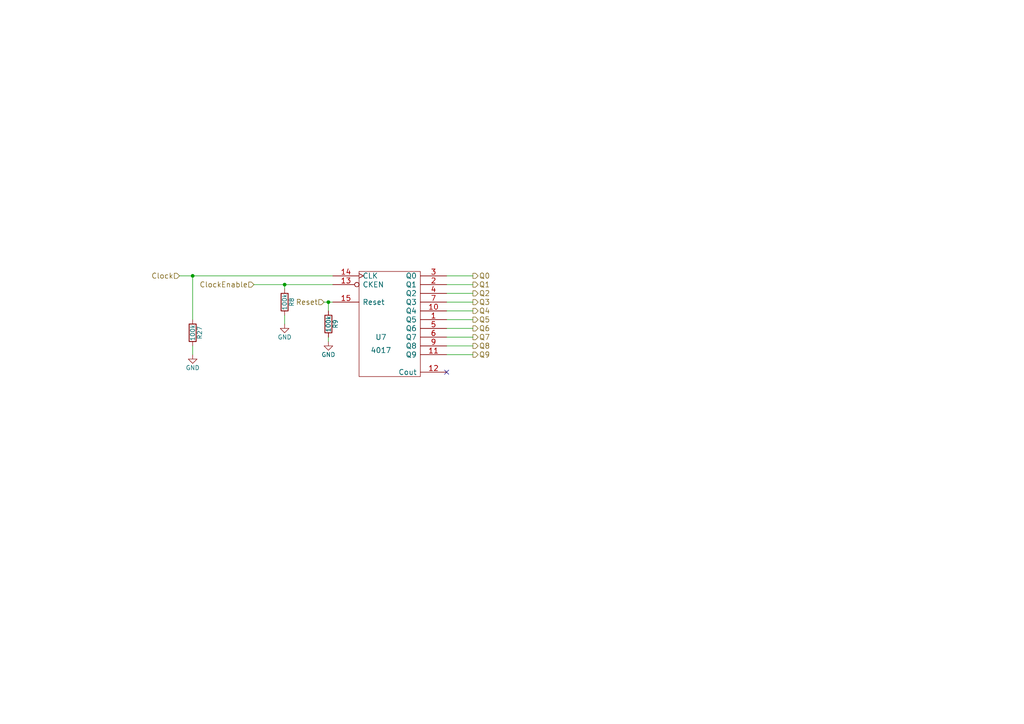
<source format=kicad_sch>
(kicad_sch (version 20231120) (generator "eeschema") (generator_version "8.0")
  (paper "A4")
  (lib_symbols
    (symbol "logic_noise_playground-rescue:4017" (pin_names (offset 1.016))
      (property "Reference" "U" (at -2.54 -3.81 0))
      (property "Value" "4017" (at -2.54 -7.62 0))
      (symbol "4017_0_0"
        (pin power_in line (at 0 15.24 270) (length 0) hide (name "VDD") (number "16"))
        (pin power_in line (at 0 -15.24 90) (length 0) hide (name "VSS") (number "8"))
      )
      (symbol "4017_0_1"
        (rectangle (start -8.89 15.24) (end 8.89 -15.24))
      )
      (symbol "4017_1_1"
        (pin output line (at 16.51 1.27 180) (length 7.62) (name "Q5") (number "1"))
        (pin output line (at 16.51 3.81 180) (length 7.62) (name "Q4") (number "10"))
        (pin output line (at 16.51 -8.89 180) (length 7.62) (name "Q9") (number "11"))
        (pin output line (at 16.51 -13.97 180) (length 7.62) (name "Cout") (number "12"))
        (pin input inverted (at -16.51 11.43 0) (length 7.62) (name "CKEN") (number "13"))
        (pin input clock (at -16.51 13.97 0) (length 7.62) (name "CLK") (number "14"))
        (pin input line (at -16.51 6.35 0) (length 7.62) (name "Reset") (number "15"))
        (pin output line (at 16.51 11.43 180) (length 7.62) (name "Q1") (number "2"))
        (pin output line (at 16.51 13.97 180) (length 7.62) (name "Q0") (number "3"))
        (pin output line (at 16.51 8.89 180) (length 7.62) (name "Q2") (number "4"))
        (pin output line (at 16.51 -1.27 180) (length 7.62) (name "Q6") (number "5"))
        (pin output line (at 16.51 -3.81 180) (length 7.62) (name "Q7") (number "6"))
        (pin output line (at 16.51 6.35 180) (length 7.62) (name "Q3") (number "7"))
        (pin output line (at 16.51 -6.35 180) (length 7.62) (name "Q8") (number "9"))
      )
    )
    (symbol "logic_noise_playground-rescue:GND" (power) (pin_names (offset 0))
      (property "Value" "GND" (at 0 -3.81 0))
      (symbol "GND_0_1"
        (polyline (pts (xy 0 0) (xy 0 -1.27) (xy 1.27 -1.27) (xy 0 -2.54) (xy -1.27 -1.27) (xy 0 -1.27)))
      )
      (symbol "GND_1_1"
        (pin power_in line (at 0 0 270) (length 0) hide (name "GND") (number "1"))
      )
    )
    (symbol "logic_noise_playground-rescue:R" (pin_numbers hide) (pin_names (offset 0))
      (property "Reference" "R" (at 2.032 0 90))
      (property "Value" "R" (at 0 0 90))
      (symbol "R_0_1"
        (rectangle (start -1.016 -2.54) (end 1.016 2.54) (stroke (width 0.254)))
      )
      (symbol "R_1_1"
        (pin passive line (at 0 3.81 270) (length 1.27) (name "~") (number "1"))
        (pin passive line (at 0 -3.81 90) (length 1.27) (name "~") (number "2"))
      )
    )
  )
  (junction (at 55.88 80.01))
  (junction (at 95.25 87.63))
  (junction (at 82.55 82.55))
  (no_connect (at 129.54 107.95))
  (wire (pts (xy 55.88 80.01) (xy 96.52 80.01)))
  (wire (pts (xy 95.25 90.17) (xy 95.25 87.63)))
  (wire (pts (xy 129.54 82.55) (xy 137.16 82.55)))
  (wire (pts (xy 129.54 102.87) (xy 137.16 102.87)))
  (wire (pts (xy 137.16 85.09) (xy 129.54 85.09)))
  (wire (pts (xy 95.25 87.63) (xy 96.52 87.63)))
  (wire (pts (xy 82.55 83.82) (xy 82.55 82.55)))
  (wire (pts (xy 82.55 82.55) (xy 96.52 82.55)))
  (wire (pts (xy 52.07 80.01) (xy 55.88 80.01)))
  (wire (pts (xy 129.54 97.79) (xy 137.16 97.79)))
  (wire (pts (xy 82.55 93.98) (xy 82.55 91.44)))
  (wire (pts (xy 95.25 99.06) (xy 95.25 97.79)))
  (wire (pts (xy 93.98 87.63) (xy 95.25 87.63)))
  (wire (pts (xy 129.54 87.63) (xy 137.16 87.63)))
  (wire (pts (xy 55.88 92.71) (xy 55.88 80.01)))
  (wire (pts (xy 129.54 92.71) (xy 137.16 92.71)))
  (wire (pts (xy 137.16 90.17) (xy 129.54 90.17)))
  (wire (pts (xy 73.66 82.55) (xy 82.55 82.55)))
  (wire (pts (xy 137.16 95.25) (xy 129.54 95.25)))
  (wire (pts (xy 129.54 80.01) (xy 137.16 80.01)))
  (wire (pts (xy 55.88 100.33) (xy 55.88 102.87)))
  (wire (pts (xy 137.16 100.33) (xy 129.54 100.33)))
  (hierarchical_label "Q5" (shape output) (at 137.16 92.71 0) (effects (font (size 1.524 1.524))))
  (hierarchical_label "Q2" (shape output) (at 137.16 85.09 0) (effects (font (size 1.524 1.524))))
  (hierarchical_label "Clock" (shape input) (at 52.07 80.01 180) (effects (font (size 1.524 1.524))))
  (hierarchical_label "ClockEnable" (shape input) (at 73.66 82.55 180) (effects (font (size 1.524 1.524))))
  (hierarchical_label "Q7" (shape output) (at 137.16 97.79 0) (effects (font (size 1.524 1.524))))
  (hierarchical_label "Q3" (shape output) (at 137.16 87.63 0) (effects (font (size 1.524 1.524))))
  (hierarchical_label "Q0" (shape output) (at 137.16 80.01 0) (effects (font (size 1.524 1.524))))
  (hierarchical_label "Q9" (shape output) (at 137.16 102.87 0) (effects (font (size 1.524 1.524))))
  (hierarchical_label "Q6" (shape output) (at 137.16 95.25 0) (effects (font (size 1.524 1.524))))
  (hierarchical_label "Q1" (shape output) (at 137.16 82.55 0) (effects (font (size 1.524 1.524))))
  (hierarchical_label "Q4" (shape output) (at 137.16 90.17 0) (effects (font (size 1.524 1.524))))
  (hierarchical_label "Reset" (shape input) (at 93.98 87.63 180) (effects (font (size 1.524 1.524))))
  (hierarchical_label "Q8" (shape output) (at 137.16 100.33 0) (effects (font (size 1.524 1.524))))
  (symbol (lib_id "logic_noise_playground-rescue:4017") (at 113.03 93.98 0) (unit 1)
    (property "Reference" "U7" (at 110.49 97.79 0) (effects (font (size 1.524 1.524))))
    (property "Value" "4017" (at 110.49 101.6 0) (effects (font (size 1.524 1.524))))
    (property "Footprint" "Housings_DIP:DIP-16__300_ELL" (effects (hide yes)))
    (property "manf#" "CD4017BE" (effects (hide yes)))
    (property "Orden" "99" (effects (hide yes)))
  )
  (symbol (lib_id "logic_noise_playground-rescue:R") (at 82.55 87.63 0) (unit 1)
    (property "Reference" "R8" (at 84.582 87.63 90))
    (property "Value" "100k" (at 82.55 87.63 90))
    (property "Footprint" "Resistors_ThroughHole:Resistor_Horizontal_RM10mm" (effects (hide yes)))
    (property "manf#" "CF18JT100K" (effects (hide yes)))
    (property "Orden" "99" (effects (hide yes)))
  )
  (symbol (lib_id "logic_noise_playground-rescue:GND") (at 82.55 93.98 0) (unit 1)
    (property "Reference" "#PWR018" (effects (hide yes)))
    (property "Value" "GND" (at 82.55 97.79 0))
  )
  (symbol (lib_id "logic_noise_playground-rescue:R") (at 95.25 93.98 0) (unit 1)
    (property "Reference" "R9" (at 97.282 93.98 90))
    (property "Value" "100k" (at 95.25 93.98 90))
    (property "Footprint" "Resistors_ThroughHole:Resistor_Horizontal_RM10mm" (effects (hide yes)))
    (property "manf#" "CF18JT100K" (effects (hide yes)))
    (property "Orden" "99" (effects (hide yes)))
  )
  (symbol (lib_id "logic_noise_playground-rescue:GND") (at 95.25 99.06 0) (unit 1)
    (property "Reference" "#PWR019" (effects (hide yes)))
    (property "Value" "GND" (at 95.25 102.87 0))
  )
  (symbol (lib_id "logic_noise_playground-rescue:R") (at 55.88 96.52 0) (unit 1)
    (property "Reference" "R27" (at 57.912 96.52 90))
    (property "Value" "100k" (at 55.88 96.52 90))
    (property "Footprint" "Resistors_ThroughHole:Resistor_Horizontal_RM10mm" (effects (hide yes)))
    (property "manf#" "CF18JT100K" (effects (hide yes)))
    (property "Orden" "99" (effects (hide yes)))
  )
  (symbol (lib_id "logic_noise_playground-rescue:GND") (at 55.88 102.87 0) (unit 1)
    (property "Reference" "#PWR020" (effects (hide yes)))
    (property "Value" "GND" (at 55.88 106.68 0))
  )
)
</source>
